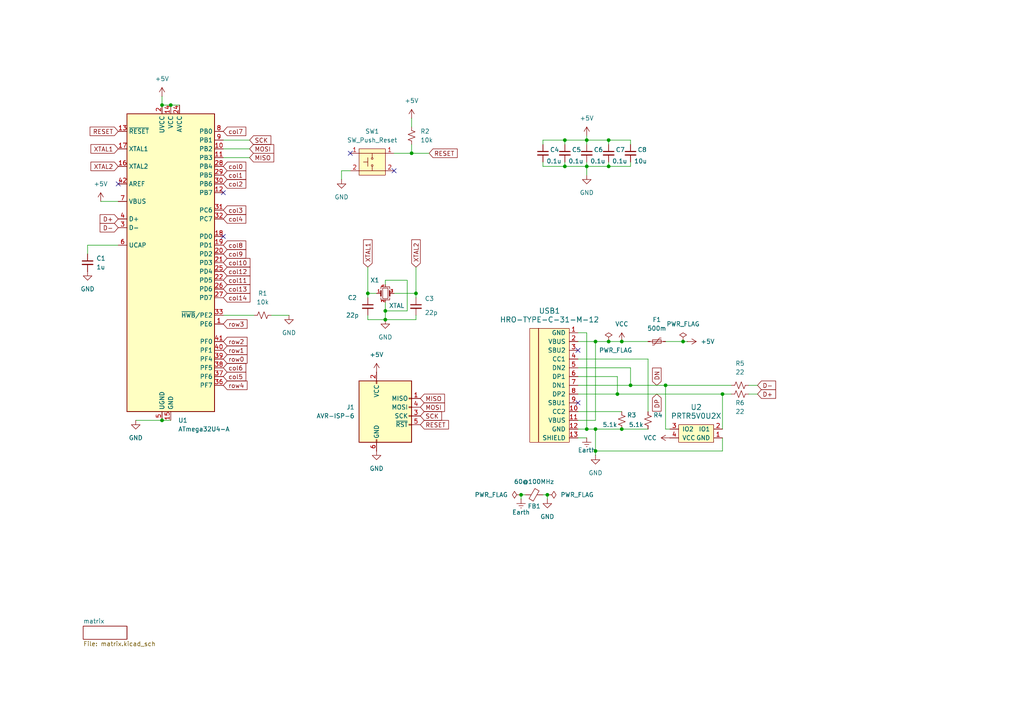
<source format=kicad_sch>
(kicad_sch (version 20250114) (generator "eeschema") (generator_version "9.0")
  (paper "A4")
  (lib_symbols
    (symbol "Connector:AVR-ISP-6" (pin_names (offset 1.016))
      (property "Reference" "J" (at -6.35 11.43 0))
      (property "Value" "AVR-ISP-6" (at 0 11.43 0))
      (symbol "AVR-ISP-6_0_1"
        (rectangle (start -2.667 10.16) (end -2.413 9.398))
        (rectangle (start -2.667 -6.858) (end -2.413 -7.62))
        (rectangle (start 7.62 10.16) (end -7.62 -7.62) (stroke (width 0.254)) (fill (type background)))
        (rectangle (start 7.62 5.207) (end 6.858 4.953))
        (rectangle (start 7.62 2.667) (end 6.858 2.413))
        (rectangle (start 7.62 0.127) (end 6.858 -0.127))
        (rectangle (start 7.62 -2.413) (end 6.858 -2.667))
      )
      (symbol "AVR-ISP-6_1_1"
        (pin passive line (at -2.54 12.7 270) (length 2.54) (name "VCC") (number "2"))
        (pin passive line (at -2.54 -10.16 90) (length 2.54) (name "GND") (number "6"))
        (pin passive line (at 10.16 5.08 180) (length 2.54) (name "MISO") (number "1"))
        (pin passive line (at 10.16 2.54 180) (length 2.54) (name "MOSI") (number "4"))
        (pin passive line (at 10.16 0 180) (length 2.54) (name "SCK") (number "3"))
        (pin passive line (at 10.16 -2.54 180) (length 2.54) (name "~{RST}") (number "5"))
      )
    )
    (symbol "Device:C_Small" (pin_numbers (hide yes)) (pin_names (offset 0.254) (hide yes))
      (property "Reference" "C" (at 0.254 1.778 0))
      (property "Value" "C_Small" (at 0.254 -2.032 0))
      (symbol "C_Small_0_1"
        (polyline (pts (xy -1.524 0.508) (xy 1.524 0.508)) (stroke (width 0.3048)))
        (polyline (pts (xy -1.524 -0.508) (xy 1.524 -0.508)) (stroke (width 0.3302)))
      )
      (symbol "C_Small_1_1"
        (pin passive line (at 0 2.54 270) (length 2.032) (name "~") (number "1"))
        (pin passive line (at 0 -2.54 90) (length 2.032) (name "~") (number "2"))
      )
    )
    (symbol "Device:Crystal_GND24_Small" (pin_names (offset 1.016) (hide yes))
      (property "Reference" "Y" (at 1.27 4.445 0))
      (property "Value" "Crystal_GND24_Small" (at 1.27 2.54 0))
      (symbol "Crystal_GND24_Small_0_1"
        (polyline (pts (xy -1.27 1.27) (xy -1.27 1.905) (xy 1.27 1.905) (xy 1.27 1.27)))
        (polyline (pts (xy -1.27 -0.762) (xy -1.27 0.762)) (stroke (width 0.381)))
        (polyline (pts (xy -1.27 -1.27) (xy -1.27 -1.905) (xy 1.27 -1.905) (xy 1.27 -1.27)))
        (rectangle (start -0.762 -1.524) (end 0.762 1.524))
        (polyline (pts (xy 1.27 -0.762) (xy 1.27 0.762)) (stroke (width 0.381)))
      )
      (symbol "Crystal_GND24_Small_1_1"
        (pin passive line (at -2.54 0 0) (length 1.27) (name "1") (number "1"))
        (pin passive line (at 0 2.54 270) (length 0.635) (name "4") (number "4"))
        (pin passive line (at 0 -2.54 90) (length 0.635) (name "2") (number "2"))
        (pin passive line (at 2.54 0 180) (length 1.27) (name "3") (number "3"))
      )
    )
    (symbol "Device:FerriteBead_Small" (pin_numbers (hide yes)) (pin_names (offset 0))
      (property "Reference" "FB" (at 1.905 1.27 0))
      (property "Value" "FerriteBead_Small" (at 1.905 -1.27 0))
      (symbol "FerriteBead_Small_0_1"
        (polyline (pts (xy -1.8288 0.2794) (xy -1.1176 1.4986) (xy 1.8288 -0.2032) (xy 1.1176 -1.4224) (xy -1.8288 0.2794)))
        (polyline (pts (xy 0 0.889) (xy 0 1.2954)))
        (polyline (pts (xy 0 -1.27) (xy 0 -0.7874)))
      )
      (symbol "FerriteBead_Small_1_1"
        (pin passive line (at 0 2.54 270) (length 1.27) (name "~") (number "1"))
        (pin passive line (at 0 -2.54 90) (length 1.27) (name "~") (number "2"))
      )
    )
    (symbol "Device:Polyfuse_Small" (pin_numbers (hide yes)) (pin_names (offset 0))
      (property "Reference" "F" (at -1.905 0 90))
      (property "Value" "Polyfuse_Small" (at 1.905 0 90))
      (symbol "Polyfuse_Small_0_1"
        (polyline (pts (xy -1.016 1.27) (xy -1.016 0.762) (xy 1.016 -0.762) (xy 1.016 -1.27)))
        (rectangle (start -0.508 1.27) (end 0.508 -1.27))
        (polyline (pts (xy 0 2.54) (xy 0 -2.54)))
      )
      (symbol "Polyfuse_Small_1_1"
        (pin passive line (at 0 2.54 270) (length 0.635) (name "~") (number "1"))
        (pin passive line (at 0 -2.54 90) (length 0.635) (name "~") (number "2"))
      )
    )
    (symbol "Device:R_Small_US" (pin_numbers (hide yes)) (pin_names (offset 0.254) (hide yes))
      (property "Reference" "R" (at 0.762 0.508 0))
      (property "Value" "R_Small_US" (at 0.762 -1.016 0))
      (symbol "R_Small_US_1_1"
        (polyline (pts (xy 0 1.524) (xy 1.016 1.143) (xy 0 0.762) (xy -1.016 0.381) (xy 0 0)))
        (polyline (pts (xy 0 0) (xy 1.016 -0.381) (xy 0 -0.762) (xy -1.016 -1.143) (xy 0 -1.524)))
        (pin passive line (at 0 2.54 270) (length 1.016) (name "~") (number "1"))
        (pin passive line (at 0 -2.54 90) (length 1.016) (name "~") (number "2"))
      )
    )
    (symbol "MCU_Microchip_ATmega:ATmega32U4-A"
      (property "Reference" "U" (at -12.7 44.45 0))
      (property "Value" "ATmega32U4-A" (at 2.54 -44.45 0))
      (symbol "ATmega32U4-A_0_1"
        (rectangle (start -12.7 -43.18) (end 12.7 43.18) (stroke (width 0.254)) (fill (type background)))
      )
      (symbol "ATmega32U4-A_1_1"
        (pin input line (at -15.24 38.1 0) (length 2.54) (name "~{RESET}") (number "13"))
        (pin input line (at -15.24 33.02 0) (length 2.54) (name "XTAL1") (number "17"))
        (pin output line (at -15.24 27.94 0) (length 2.54) (name "XTAL2") (number "16"))
        (pin passive line (at -15.24 22.86 0) (length 2.54) (name "AREF") (number "42"))
        (pin input line (at -15.24 17.78 0) (length 2.54) (name "VBUS") (number "7"))
        (pin bidirectional line (at -15.24 12.7 0) (length 2.54) (name "D+") (number "4"))
        (pin bidirectional line (at -15.24 10.16 0) (length 2.54) (name "D-") (number "3"))
        (pin passive line (at -15.24 5.08 0) (length 2.54) (name "UCAP") (number "6"))
        (pin power_in line (at -2.54 45.72 270) (length 2.54) (name "UVCC") (number "2"))
        (pin passive line (at -2.54 -45.72 90) (length 2.54) (name "UGND") (number "5"))
        (pin power_in line (at 0 45.72 270) (length 2.54) (name "VCC") (number "14"))
        (pin passive line (at 0 45.72 270) (length 2.54) (hide yes) (name "VCC") (number "34"))
        (pin power_in line (at 0 -45.72 90) (length 2.54) (name "GND") (number "15"))
        (pin passive line (at 0 -45.72 90) (length 2.54) (hide yes) (name "GND") (number "23"))
        (pin passive line (at 0 -45.72 90) (length 2.54) (hide yes) (name "GND") (number "35"))
        (pin passive line (at 0 -45.72 90) (length 2.54) (hide yes) (name "GND") (number "43"))
        (pin power_in line (at 2.54 45.72 270) (length 2.54) (name "AVCC") (number "24"))
        (pin passive line (at 2.54 45.72 270) (length 2.54) (hide yes) (name "AVCC") (number "44"))
        (pin bidirectional line (at 15.24 38.1 180) (length 2.54) (name "PB0") (number "8"))
        (pin bidirectional line (at 15.24 35.56 180) (length 2.54) (name "PB1") (number "9"))
        (pin bidirectional line (at 15.24 33.02 180) (length 2.54) (name "PB2") (number "10"))
        (pin bidirectional line (at 15.24 30.48 180) (length 2.54) (name "PB3") (number "11"))
        (pin bidirectional line (at 15.24 27.94 180) (length 2.54) (name "PB4") (number "28"))
        (pin bidirectional line (at 15.24 25.4 180) (length 2.54) (name "PB5") (number "29"))
        (pin bidirectional line (at 15.24 22.86 180) (length 2.54) (name "PB6") (number "30"))
        (pin bidirectional line (at 15.24 20.32 180) (length 2.54) (name "PB7") (number "12"))
        (pin bidirectional line (at 15.24 15.24 180) (length 2.54) (name "PC6") (number "31"))
        (pin bidirectional line (at 15.24 12.7 180) (length 2.54) (name "PC7") (number "32"))
        (pin bidirectional line (at 15.24 7.62 180) (length 2.54) (name "PD0") (number "18"))
        (pin bidirectional line (at 15.24 5.08 180) (length 2.54) (name "PD1") (number "19"))
        (pin bidirectional line (at 15.24 2.54 180) (length 2.54) (name "PD2") (number "20"))
        (pin bidirectional line (at 15.24 0 180) (length 2.54) (name "PD3") (number "21"))
        (pin bidirectional line (at 15.24 -2.54 180) (length 2.54) (name "PD4") (number "25"))
        (pin bidirectional line (at 15.24 -5.08 180) (length 2.54) (name "PD5") (number "22"))
        (pin bidirectional line (at 15.24 -7.62 180) (length 2.54) (name "PD6") (number "26"))
        (pin bidirectional line (at 15.24 -10.16 180) (length 2.54) (name "PD7") (number "27"))
        (pin bidirectional line (at 15.24 -15.24 180) (length 2.54) (name "~{HWB}/PE2") (number "33"))
        (pin bidirectional line (at 15.24 -17.78 180) (length 2.54) (name "PE6") (number "1"))
        (pin bidirectional line (at 15.24 -22.86 180) (length 2.54) (name "PF0") (number "41"))
        (pin bidirectional line (at 15.24 -25.4 180) (length 2.54) (name "PF1") (number "40"))
        (pin bidirectional line (at 15.24 -27.94 180) (length 2.54) (name "PF4") (number "39"))
        (pin bidirectional line (at 15.24 -30.48 180) (length 2.54) (name "PF5") (number "38"))
        (pin bidirectional line (at 15.24 -33.02 180) (length 2.54) (name "PF6") (number "37"))
        (pin bidirectional line (at 15.24 -35.56 180) (length 2.54) (name "PF7") (number "36"))
      )
    )
    (symbol "New_Library:SW_SKQG"
      (property "Reference" "SW" (at 0 0 0))
      (symbol "SW_SKQG_0_1"
        (polyline (pts (xy -3.81 -3.81) (xy 3.81 -3.81)))
        (polyline (pts (xy -3.81 -8.89) (xy 3.81 -8.89)))
        (polyline (pts (xy 0 -3.81) (xy 0 -5.08)))
        (circle (center 0 -5.334) (radius 0.254))
        (circle (center 0 -7.366) (radius 0.254))
        (polyline (pts (xy 0 -8.89) (xy 0 -7.62)))
      )
      (symbol "SW_SKQG_1_1"
        (rectangle (start -3.81 -2.54) (end 3.81 -10.16) (fill (type background)))
        (polyline (pts (xy -1.27 -5.08) (xy -1.27 -7.62)))
        (polyline (pts (xy -1.27 -6.35) (xy -2.54 -6.35)))
        (pin passive line (at -6.35 -3.81 0) (length 2.54) (name "") (number "1"))
        (pin passive line (at -6.35 -8.89 0) (length 2.54) (name "") (number "2"))
        (pin passive line (at 6.35 -3.81 180) (length 2.54) (name "") (number "1"))
        (pin passive line (at 6.35 -8.89 180) (length 2.54) (name "") (number "2"))
      )
    )
    (symbol "Type-C:HRO-TYPE-C-31-M-12" (pin_names (offset 1.016))
      (property "Reference" "USB" (at -5.08 16.51 0))
      (property "Value" "HRO-TYPE-C-31-M-12" (at -10.16 -1.27 90))
      (symbol "HRO-TYPE-C-31-M-12_0_1"
        (rectangle (start -11.43 15.24) (end -8.89 -17.78) (fill (type background)))
        (rectangle (start 0 -17.78) (end -8.89 15.24) (fill (type background)))
      )
      (symbol "HRO-TYPE-C-31-M-12_1_1"
        (pin input line (at 2.54 13.97 180) (length 2.54) (name "GND") (number "1"))
        (pin input line (at 2.54 11.43 180) (length 2.54) (name "VBUS") (number "2"))
        (pin input line (at 2.54 8.89 180) (length 2.54) (name "SBU2") (number "3"))
        (pin input line (at 2.54 6.35 180) (length 2.54) (name "CC1") (number "4"))
        (pin input line (at 2.54 3.81 180) (length 2.54) (name "DN2") (number "5"))
        (pin input line (at 2.54 1.27 180) (length 2.54) (name "DP1") (number "6"))
        (pin input line (at 2.54 -1.27 180) (length 2.54) (name "DN1") (number "7"))
        (pin input line (at 2.54 -3.81 180) (length 2.54) (name "DP2") (number "8"))
        (pin input line (at 2.54 -6.35 180) (length 2.54) (name "SBU1") (number "9"))
        (pin input line (at 2.54 -8.89 180) (length 2.54) (name "CC2") (number "10"))
        (pin input line (at 2.54 -11.43 180) (length 2.54) (name "VBUS") (number "11"))
        (pin input line (at 2.54 -13.97 180) (length 2.54) (name "GND") (number "12"))
        (pin input line (at 2.54 -16.51 180) (length 2.54) (name "SHIELD") (number "13"))
      )
    )
    (symbol "power:+5V" (power) (pin_numbers (hide yes)) (pin_names (offset 0) (hide yes))
      (property "Value" "+5V" (at 0 3.556 0))
      (symbol "+5V_0_1"
        (polyline (pts (xy -0.762 1.27) (xy 0 2.54)))
        (polyline (pts (xy 0 2.54) (xy 0.762 1.27)))
        (polyline (pts (xy 0 0) (xy 0 2.54)))
      )
      (symbol "+5V_1_1"
        (pin power_in line (at 0 0 90) (length 0) (name "~") (number "1"))
      )
    )
    (symbol "power:Earth" (power) (pin_numbers (hide yes)) (pin_names (offset 0) (hide yes))
      (property "Value" "Earth" (at 0 -3.81 0))
      (symbol "Earth_0_1"
        (polyline (pts (xy -0.635 -1.905) (xy 0.635 -1.905)))
        (polyline (pts (xy -0.127 -2.54) (xy 0.127 -2.54)))
        (polyline (pts (xy 0 -1.27) (xy 0 0)))
        (polyline (pts (xy 1.27 -1.27) (xy -1.27 -1.27)))
      )
      (symbol "Earth_1_1"
        (pin power_in line (at 0 0 270) (length 0) (name "~") (number "1"))
      )
    )
    (symbol "power:GND" (power) (pin_numbers (hide yes)) (pin_names (offset 0) (hide yes))
      (property "Value" "GND" (at 0 -3.81 0))
      (symbol "GND_0_1"
        (polyline (pts (xy 0 0) (xy 0 -1.27) (xy 1.27 -1.27) (xy 0 -2.54) (xy -1.27 -1.27) (xy 0 -1.27)))
      )
      (symbol "GND_1_1"
        (pin power_in line (at 0 0 270) (length 0) (name "~") (number "1"))
      )
    )
    (symbol "power:PWR_FLAG" (power) (pin_numbers (hide yes)) (pin_names (offset 0) (hide yes))
      (property "Value" "PWR_FLAG" (at 0 3.81 0))
      (symbol "PWR_FLAG_0_0"
        (pin power_out line (at 0 0 90) (length 0) (name "~") (number "1"))
      )
      (symbol "PWR_FLAG_0_1"
        (polyline (pts (xy 0 0) (xy 0 1.27) (xy -1.016 1.905) (xy 0 2.54) (xy 1.016 1.905) (xy 0 1.27)))
      )
    )
    (symbol "power:VCC" (power) (pin_numbers (hide yes)) (pin_names (offset 0) (hide yes))
      (property "Value" "VCC" (at 0 3.556 0))
      (symbol "VCC_0_1"
        (polyline (pts (xy -0.762 1.27) (xy 0 2.54)))
        (polyline (pts (xy 0 2.54) (xy 0.762 1.27)))
        (polyline (pts (xy 0 0) (xy 0 2.54)))
      )
      (symbol "VCC_1_1"
        (pin power_in line (at 0 0 90) (length 0) (name "~") (number "1"))
      )
    )
    (symbol "random-keyboard-parts:PRTR5V0U2X" (pin_names (offset 1.016))
      (property "Reference" "U" (at 0 3.81 0))
      (property "Value" "PRTR5V0U2X" (at 0 -3.81 0))
      (symbol "PRTR5V0U2X_0_1"
        (rectangle (start -5.08 2.54) (end 5.08 -2.54) (fill (type background)))
      )
      (symbol "PRTR5V0U2X_1_1"
        (pin input line (at -7.62 1.27 0) (length 2.54) (name "GND") (number "1"))
        (pin input line (at -7.62 -1.27 0) (length 2.54) (name "IO1") (number "2"))
        (pin input line (at 7.62 1.27 180) (length 2.54) (name "VCC") (number "4"))
        (pin input line (at 7.62 -1.27 180) (length 2.54) (name "IO2") (number "3"))
      )
    )
  )
  (junction (at 170.18 40.64))
  (junction (at 158.75 143.51))
  (junction (at 209.55 114.3))
  (junction (at 180.34 124.46))
  (junction (at 170.18 124.46))
  (junction (at 172.72 124.46))
  (junction (at 111.76 92.71))
  (junction (at 172.72 130.81))
  (junction (at 180.34 99.06))
  (junction (at 46.99 30.48))
  (junction (at 106.68 85.09))
  (junction (at 176.53 99.06))
  (junction (at 119.38 44.45))
  (junction (at 46.99 121.92))
  (junction (at 163.83 40.64))
  (junction (at 151.13 143.51))
  (junction (at 170.18 48.26))
  (junction (at 198.12 99.06))
  (junction (at 163.83 48.26))
  (junction (at 176.53 40.64))
  (junction (at 179.07 114.3))
  (junction (at 172.72 99.06))
  (junction (at 120.65 85.09))
  (junction (at 182.88 111.76))
  (junction (at 176.53 48.26))
  (junction (at 111.76 90.17))
  (junction (at 193.04 111.76))
  (junction (at 49.53 30.48))
  (no_connect (at 167.64 101.6))
  (no_connect (at 34.29 53.34))
  (no_connect (at 114.3 49.53))
  (no_connect (at 101.6 44.45))
  (no_connect (at 167.64 116.84))
  (no_connect (at 64.77 55.88))
  (no_connect (at 64.77 68.58))
  (wire (pts (xy 163.83 48.26) (xy 170.18 48.26)))
  (wire (pts (xy 182.88 106.68) (xy 182.88 111.76)))
  (wire (pts (xy 194.31 124.46) (xy 193.04 124.46)))
  (wire (pts (xy 101.6 49.53) (xy 99.06 49.53)))
  (wire (pts (xy 118.11 81.28) (xy 118.11 90.17)))
  (wire (pts (xy 172.72 130.81) (xy 209.55 130.81)))
  (wire (pts (xy 176.53 46.99) (xy 176.53 48.26)))
  (wire (pts (xy 193.04 111.76) (xy 212.09 111.76)))
  (wire (pts (xy 167.64 106.68) (xy 182.88 106.68)))
  (wire (pts (xy 114.3 44.45) (xy 119.38 44.45)))
  (wire (pts (xy 172.72 99.06) (xy 167.64 99.06)))
  (wire (pts (xy 157.48 46.99) (xy 157.48 48.26)))
  (wire (pts (xy 119.38 44.45) (xy 124.46 44.45)))
  (wire (pts (xy 182.88 40.64) (xy 182.88 41.91)))
  (wire (pts (xy 39.37 121.92) (xy 46.99 121.92)))
  (wire (pts (xy 180.34 99.06) (xy 187.96 99.06)))
  (wire (pts (xy 209.55 114.3) (xy 212.09 114.3)))
  (wire (pts (xy 25.4 71.12) (xy 25.4 73.66)))
  (wire (pts (xy 157.48 40.64) (xy 157.48 41.91)))
  (wire (pts (xy 167.64 109.22) (xy 179.07 109.22)))
  (wire (pts (xy 170.18 124.46) (xy 172.72 124.46)))
  (wire (pts (xy 182.88 46.99) (xy 182.88 48.26)))
  (wire (pts (xy 209.55 127) (xy 209.55 130.81)))
  (wire (pts (xy 46.99 27.94) (xy 46.99 30.48)))
  (wire (pts (xy 172.72 121.92) (xy 172.72 99.06)))
  (wire (pts (xy 193.04 124.46) (xy 193.04 111.76)))
  (wire (pts (xy 106.68 86.36) (xy 106.68 85.09)))
  (wire (pts (xy 209.55 124.46) (xy 209.55 114.3)))
  (wire (pts (xy 119.38 41.91) (xy 119.38 44.45)))
  (wire (pts (xy 99.06 49.53) (xy 99.06 52.07)))
  (wire (pts (xy 106.68 77.47) (xy 106.68 85.09)))
  (wire (pts (xy 163.83 40.64) (xy 163.83 41.91)))
  (wire (pts (xy 172.72 99.06) (xy 176.53 99.06)))
  (wire (pts (xy 170.18 39.37) (xy 170.18 40.64)))
  (wire (pts (xy 217.17 114.3) (xy 219.71 114.3)))
  (wire (pts (xy 182.88 111.76) (xy 193.04 111.76)))
  (wire (pts (xy 111.76 90.17) (xy 111.76 92.71)))
  (wire (pts (xy 111.76 82.55) (xy 111.76 81.28)))
  (wire (pts (xy 170.18 40.64) (xy 170.18 41.91)))
  (wire (pts (xy 46.99 30.48) (xy 49.53 30.48)))
  (wire (pts (xy 120.65 92.71) (xy 111.76 92.71)))
  (wire (pts (xy 167.64 111.76) (xy 182.88 111.76)))
  (wire (pts (xy 49.53 30.48) (xy 52.07 30.48)))
  (wire (pts (xy 72.39 43.18) (xy 64.77 43.18)))
  (wire (pts (xy 176.53 48.26) (xy 182.88 48.26)))
  (wire (pts (xy 176.53 99.06) (xy 180.34 99.06)))
  (wire (pts (xy 157.48 48.26) (xy 163.83 48.26)))
  (wire (pts (xy 180.34 124.46) (xy 187.96 124.46)))
  (wire (pts (xy 119.38 34.29) (xy 119.38 36.83)))
  (wire (pts (xy 163.83 40.64) (xy 170.18 40.64)))
  (wire (pts (xy 170.18 46.99) (xy 170.18 48.26)))
  (wire (pts (xy 167.64 127) (xy 170.18 127)))
  (wire (pts (xy 114.3 85.09) (xy 120.65 85.09)))
  (wire (pts (xy 179.07 114.3) (xy 167.64 114.3)))
  (wire (pts (xy 170.18 48.26) (xy 176.53 48.26)))
  (wire (pts (xy 46.99 121.92) (xy 49.53 121.92)))
  (wire (pts (xy 152.4 143.51) (xy 151.13 143.51)))
  (wire (pts (xy 167.64 124.46) (xy 170.18 124.46)))
  (wire (pts (xy 72.39 40.64) (xy 64.77 40.64)))
  (wire (pts (xy 118.11 90.17) (xy 111.76 90.17)))
  (wire (pts (xy 25.4 71.12) (xy 34.29 71.12)))
  (wire (pts (xy 120.65 91.44) (xy 120.65 92.71)))
  (wire (pts (xy 187.96 104.14) (xy 187.96 119.38)))
  (wire (pts (xy 193.04 99.06) (xy 198.12 99.06)))
  (wire (pts (xy 170.18 40.64) (xy 176.53 40.64)))
  (wire (pts (xy 111.76 81.28) (xy 118.11 81.28)))
  (wire (pts (xy 198.12 99.06) (xy 199.39 99.06)))
  (wire (pts (xy 158.75 143.51) (xy 158.75 144.78)))
  (wire (pts (xy 179.07 109.22) (xy 179.07 114.3)))
  (wire (pts (xy 64.77 91.44) (xy 73.66 91.44)))
  (wire (pts (xy 120.65 85.09) (xy 120.65 86.36)))
  (wire (pts (xy 167.64 96.52) (xy 170.18 96.52)))
  (wire (pts (xy 167.64 119.38) (xy 180.34 119.38)))
  (wire (pts (xy 78.74 91.44) (xy 83.82 91.44)))
  (wire (pts (xy 163.83 46.99) (xy 163.83 48.26)))
  (wire (pts (xy 167.64 104.14) (xy 187.96 104.14)))
  (wire (pts (xy 72.39 45.72) (xy 64.77 45.72)))
  (wire (pts (xy 172.72 124.46) (xy 180.34 124.46)))
  (wire (pts (xy 172.72 130.81) (xy 172.72 132.08)))
  (wire (pts (xy 176.53 40.64) (xy 182.88 40.64)))
  (wire (pts (xy 157.48 40.64) (xy 163.83 40.64)))
  (wire (pts (xy 151.13 143.51) (xy 151.13 144.78)))
  (wire (pts (xy 109.22 85.09) (xy 106.68 85.09)))
  (wire (pts (xy 170.18 96.52) (xy 170.18 124.46)))
  (wire (pts (xy 217.17 111.76) (xy 219.71 111.76)))
  (wire (pts (xy 179.07 114.3) (xy 209.55 114.3)))
  (wire (pts (xy 106.68 91.44) (xy 106.68 92.71)))
  (wire (pts (xy 167.64 121.92) (xy 172.72 121.92)))
  (wire (pts (xy 34.29 58.42) (xy 29.21 58.42)))
  (wire (pts (xy 172.72 124.46) (xy 172.72 130.81)))
  (wire (pts (xy 111.76 90.17) (xy 111.76 87.63)))
  (wire (pts (xy 120.65 77.47) (xy 120.65 85.09)))
  (wire (pts (xy 157.48 143.51) (xy 158.75 143.51)))
  (wire (pts (xy 106.68 92.71) (xy 111.76 92.71)))
  (wire (pts (xy 170.18 48.26) (xy 170.18 50.8)))
  (wire (pts (xy 176.53 40.64) (xy 176.53 41.91)))
  (global_label "col10" (shape input) (at 64.77 76.2 0) (property "Intersheetrefs" "${INTERSHEET_REFS}" (effects (hide yes))))
  (global_label "row2" (shape input) (at 64.77 99.06 0) (property "Intersheetrefs" "${INTERSHEET_REFS}" (effects (hide yes))))
  (global_label "SCK" (shape input) (at 121.92 120.65 0) (property "Intersheetrefs" "${INTERSHEET_REFS}" (effects (hide yes))))
  (global_label "RESET" (shape input) (at 124.46 44.45 0) (property "Intersheetrefs" "${INTERSHEET_REFS}" (effects (hide yes))))
  (global_label "col3" (shape input) (at 64.77 60.96 0) (property "Intersheetrefs" "${INTERSHEET_REFS}" (effects (hide yes))))
  (global_label "col5" (shape input) (at 64.77 109.22 0) (property "Intersheetrefs" "${INTERSHEET_REFS}" (effects (hide yes))))
  (global_label "col0" (shape input) (at 64.77 48.26 0) (property "Intersheetrefs" "${INTERSHEET_REFS}" (effects (hide yes))))
  (global_label "col6" (shape input) (at 64.77 106.68 0) (property "Intersheetrefs" "${INTERSHEET_REFS}" (effects (hide yes))))
  (global_label "col13" (shape input) (at 64.77 83.82 0) (property "Intersheetrefs" "${INTERSHEET_REFS}" (effects (hide yes))))
  (global_label "DN" (shape input) (at 190.5 111.76 90) (property "Intersheetrefs" "${INTERSHEET_REFS}" (effects (hide yes))))
  (global_label "row1" (shape input) (at 64.77 101.6 0) (property "Intersheetrefs" "${INTERSHEET_REFS}" (effects (hide yes))))
  (global_label "col4" (shape input) (at 64.77 63.5 0) (property "Intersheetrefs" "${INTERSHEET_REFS}" (effects (hide yes))))
  (global_label "col9" (shape input) (at 64.77 73.66 0) (property "Intersheetrefs" "${INTERSHEET_REFS}" (effects (hide yes))))
  (global_label "MOSI" (shape input) (at 121.92 118.11 0) (property "Intersheetrefs" "${INTERSHEET_REFS}" (effects (hide yes))))
  (global_label "D-" (shape input) (at 34.29 66.04 180) (property "Intersheetrefs" "${INTERSHEET_REFS}" (effects (hide yes))))
  (global_label "SCK" (shape input) (at 72.39 40.64 0) (property "Intersheetrefs" "${INTERSHEET_REFS}" (effects (hide yes))))
  (global_label "col1" (shape input) (at 64.77 50.8 0) (property "Intersheetrefs" "${INTERSHEET_REFS}" (effects (hide yes))))
  (global_label "D+" (shape input) (at 219.71 114.3 0) (property "Intersheetrefs" "${INTERSHEET_REFS}" (effects (hide yes))))
  (global_label "col7" (shape input) (at 64.77 38.1 0) (property "Intersheetrefs" "${INTERSHEET_REFS}" (effects (hide yes))))
  (global_label "XTAL2" (shape input) (at 34.29 48.26 180) (property "Intersheetrefs" "${INTERSHEET_REFS}" (effects (hide yes))))
  (global_label "XTAL1" (shape input) (at 34.29 43.18 180) (property "Intersheetrefs" "${INTERSHEET_REFS}" (effects (hide yes))))
  (global_label "col14" (shape input) (at 64.77 86.36 0) (property "Intersheetrefs" "${INTERSHEET_REFS}" (effects (hide yes))))
  (global_label "col11" (shape input) (at 64.77 81.28 0) (property "Intersheetrefs" "${INTERSHEET_REFS}" (effects (hide yes))))
  (global_label "MOSI" (shape input) (at 72.39 43.18 0) (property "Intersheetrefs" "${INTERSHEET_REFS}" (effects (hide yes))))
  (global_label "MISO" (shape input) (at 72.39 45.72 0) (property "Intersheetrefs" "${INTERSHEET_REFS}" (effects (hide yes))))
  (global_label "row3" (shape input) (at 64.77 93.98 0) (property "Intersheetrefs" "${INTERSHEET_REFS}" (effects (hide yes))))
  (global_label "RESET" (shape input) (at 121.92 123.19 0) (property "Intersheetrefs" "${INTERSHEET_REFS}" (effects (hide yes))))
  (global_label "XTAL2" (shape input) (at 120.65 77.47 90) (property "Intersheetrefs" "${INTERSHEET_REFS}" (effects (hide yes))))
  (global_label "col2" (shape input) (at 64.77 53.34 0) (property "Intersheetrefs" "${INTERSHEET_REFS}" (effects (hide yes))))
  (global_label "col12" (shape input) (at 64.77 78.74 0) (property "Intersheetrefs" "${INTERSHEET_REFS}" (effects (hide yes))))
  (global_label "col8" (shape input) (at 64.77 71.12 0) (property "Intersheetrefs" "${INTERSHEET_REFS}" (effects (hide yes))))
  (global_label "RESET" (shape input) (at 34.29 38.1 180) (property "Intersheetrefs" "${INTERSHEET_REFS}" (effects (hide yes))))
  (global_label "D-" (shape input) (at 219.71 111.76 0) (property "Intersheetrefs" "${INTERSHEET_REFS}" (effects (hide yes))))
  (global_label "row0" (shape input) (at 64.77 104.14 0) (property "Intersheetrefs" "${INTERSHEET_REFS}" (effects (hide yes))))
  (global_label "DP" (shape input) (at 190.5 114.3 270) (property "Intersheetrefs" "${INTERSHEET_REFS}" (effects (hide yes))))
  (global_label "D+" (shape input) (at 34.29 63.5 180) (property "Intersheetrefs" "${INTERSHEET_REFS}" (effects (hide yes))))
  (global_label "MISO" (shape input) (at 121.92 115.57 0) (property "Intersheetrefs" "${INTERSHEET_REFS}" (effects (hide yes))))
  (global_label "XTAL1" (shape input) (at 106.68 77.47 90) (property "Intersheetrefs" "${INTERSHEET_REFS}" (effects (hide yes))))
  (global_label "row4" (shape input) (at 64.77 111.76 0) (property "Intersheetrefs" "${INTERSHEET_REFS}" (effects (hide yes))))
  (symbol (lib_id "power:GND") (at 109.22 130.81 0) (unit 1)
    (property "Reference" "#PWR08" (effects (hide yes)))
    (property "Value" "GND" (at 109.22 135.89 0))
    (property "Description" "Power symbol creates a global label with name \"GND\" , ground" (effects (hide yes)))
  )
  (symbol (lib_id "power:Earth") (at 170.18 127 0) (unit 1)
    (property "Reference" "#PWR020" (effects (hide yes)))
    (property "Value" "Earth" (at 170.18 130.556 0))
    (property "Description" "Power symbol creates a global label with name \"Earth\"" (effects (hide yes)))
  )
  (symbol (lib_id "power:+5V") (at 109.22 107.95 0) (unit 1)
    (property "Reference" "#PWR07" (effects (hide yes)))
    (property "Value" "+5V" (at 109.22 102.87 0))
    (property "Description" "Power symbol creates a global label with name \"+5V\"" (effects (hide yes)))
  )
  (symbol (lib_id "Device:C_Small") (at 120.65 88.9 0) (unit 1)
    (property "Reference" "C3" (at 123.19 86.614 0) (effects (justify left)))
    (property "Value" "22p" (at 123.19 90.678 0) (effects (justify left)))
    (property "Footprint" "Capacitor_SMD:C_0805_2012Metric_Pad1.18x1.45mm_HandSolder" (effects (hide yes)))
    (property "Description" "Unpolarized capacitor, small symbol" (effects (hide yes)))
  )
  (symbol (lib_id "power:PWR_FLAG") (at 151.13 143.51 90) (unit 1)
    (property "Reference" "#FLG05" (effects (hide yes)))
    (property "Value" "PWR_FLAG" (at 147.32 143.5099 90) (effects (justify left)))
    (property "Description" "Special symbol for telling ERC where power comes from" (effects (hide yes)))
  )
  (symbol (lib_id "Device:R_Small_US") (at 119.38 39.37 0) (unit 1)
    (property "Reference" "R2" (at 121.92 38.0999 0) (effects (justify left)))
    (property "Value" "10k" (at 121.92 40.6399 0) (effects (justify left)))
    (property "Footprint" "Resistor_SMD:R_0805_2012Metric_Pad1.20x1.40mm_HandSolder" (effects (hide yes)))
    (property "Description" "Resistor, small US symbol" (effects (hide yes)))
  )
  (symbol (lib_id "Device:C_Small") (at 25.4 76.2 0) (unit 1)
    (property "Reference" "C1" (at 27.94 74.9362 0) (effects (justify left)))
    (property "Value" "1u" (at 27.94 77.4762 0) (effects (justify left)))
    (property "Footprint" "Capacitor_SMD:C_0805_2012Metric_Pad1.18x1.45mm_HandSolder" (effects (hide yes)))
    (property "Description" "Unpolarized capacitor, small symbol" (effects (hide yes)))
  )
  (symbol (lib_id "power:GND") (at 25.4 78.74 0) (unit 1)
    (property "Reference" "#PWR01" (effects (hide yes)))
    (property "Value" "GND" (at 25.4 83.82 0))
    (property "Description" "Power symbol creates a global label with name \"GND\" , ground" (effects (hide yes)))
  )
  (symbol (lib_id "power:GND") (at 111.76 92.71 0) (unit 1)
    (property "Reference" "#PWR016" (effects (hide yes)))
    (property "Value" "GND" (at 111.76 97.79 0))
    (property "Description" "Power symbol creates a global label with name \"GND\" , ground" (effects (hide yes)))
  )
  (symbol (lib_id "power:PWR_FLAG") (at 158.75 143.51 270) (unit 1)
    (property "Reference" "#FLG04" (effects (hide yes)))
    (property "Value" "PWR_FLAG" (at 162.56 143.5099 90) (effects (justify left)))
    (property "Description" "Special symbol for telling ERC where power comes from" (effects (hide yes)))
  )
  (symbol (lib_id "Device:C_Small") (at 182.88 44.45 0) (unit 1)
    (property "Reference" "C8" (at 184.912 43.434 0) (effects (justify left)))
    (property "Value" "10u" (at 183.896 46.736 0) (effects (justify left)))
    (property "Footprint" "Capacitor_SMD:C_0805_2012Metric_Pad1.18x1.45mm_HandSolder" (effects (hide yes)))
    (property "Description" "Unpolarized capacitor, small symbol" (effects (hide yes)))
  )
  (symbol (lib_id "Device:R_Small_US") (at 180.34 121.92 0) (unit 1)
    (property "Reference" "R3" (at 181.864 120.396 0) (effects (justify left)))
    (property "Value" "5.1k" (at 174.752 123.19 0) (effects (justify left)))
    (property "Footprint" "Resistor_SMD:R_0805_2012Metric_Pad1.20x1.40mm_HandSolder" (effects (hide yes)))
    (property "Description" "Resistor, small US symbol" (effects (hide yes)))
  )
  (symbol (lib_id "MCU_Microchip_ATmega:ATmega32U4-A") (at 49.53 76.2 0) (unit 1)
    (property "Reference" "U1" (at 51.6733 121.92 0) (effects (justify left)))
    (property "Value" "ATmega32U4-A" (at 51.6733 124.46 0) (effects (justify left)))
    (property "Footprint" "Package_QFP:TQFP-44_10x10mm_P0.8mm" (effects (hide yes)))
    (property "Datasheet" "http://ww1.microchip.com/downloads/en/DeviceDoc/Atmel-7766-8-bit-AVR-ATmega16U4-32U4_Datasheet.pdf" (effects (hide yes)))
    (property "Description" "16MHz, 32kB Flash, 2.5kB SRAM, 1kB EEPROM, USB 2.0, TQFP-44" (effects (hide yes)))
  )
  (symbol (lib_id "Device:FerriteBead_Small") (at 154.94 143.51 90) (unit 1)
    (property "Reference" "FB1" (at 154.94 146.812 90))
    (property "Value" "60@100MHz" (at 154.9019 139.7 90))
    (property "Footprint" "Inductor_SMD:L_0805_2012Metric_Pad1.15x1.40mm_HandSolder" (effects (hide yes)))
    (property "Description" "Ferrite bead, small symbol" (effects (hide yes)))
  )
  (symbol (lib_id "power:GND") (at 172.72 132.08 0) (unit 1)
    (property "Reference" "#PWR012" (effects (hide yes)))
    (property "Value" "GND" (at 172.72 137.16 0))
    (property "Description" "Power symbol creates a global label with name \"GND\" , ground" (effects (hide yes)))
  )
  (symbol (lib_id "power:VCC") (at 180.34 99.06 0) (unit 1)
    (property "Reference" "#PWR013" (effects (hide yes)))
    (property "Value" "VCC" (at 180.34 93.98 0))
    (property "Description" "Power symbol creates a global label with name \"VCC\"" (effects (hide yes)))
  )
  (symbol (lib_id "power:GND") (at 99.06 52.07 0) (unit 1)
    (property "Reference" "#PWR06" (effects (hide yes)))
    (property "Value" "GND" (at 99.06 57.15 0))
    (property "Description" "Power symbol creates a global label with name \"GND\" , ground" (effects (hide yes)))
  )
  (symbol (lib_id "Device:C_Small") (at 106.68 88.9 0) (unit 1)
    (property "Reference" "C2" (at 100.838 86.36 0) (effects (justify left)))
    (property "Value" "22p" (at 100.33 91.44 0) (effects (justify left)))
    (property "Footprint" "Capacitor_SMD:C_0805_2012Metric_Pad1.18x1.45mm_HandSolder" (effects (hide yes)))
    (property "Description" "Unpolarized capacitor, small symbol" (effects (hide yes)))
  )
  (symbol (lib_id "power:PWR_FLAG") (at 198.12 99.06 0) (unit 1)
    (property "Reference" "#FLG02" (effects (hide yes)))
    (property "Value" "PWR_FLAG" (at 198.12 93.98 0))
    (property "Description" "Special symbol for telling ERC where power comes from" (effects (hide yes)))
  )
  (symbol (lib_id "random-keyboard-parts:PRTR5V0U2X") (at 201.93 125.73 180) (unit 1)
    (property "Reference" "U2" (at 201.93 118.11 0) (effects (font (size 1.524 1.524))))
    (property "Value" "PRTR5V0U2X" (at 201.93 120.65 0) (effects (font (size 1.524 1.524))))
    (property "Footprint" "random-keyboard-parts:SOT143B" (effects (hide yes)))
  )
  (symbol (lib_id "power:PWR_FLAG") (at 176.53 99.06 0) (unit 1)
    (property "Reference" "#FLG03" (effects (hide yes)))
    (property "Value" "PWR_FLAG" (at 178.562 101.6 0))
    (property "Description" "Special symbol for telling ERC where power comes from" (effects (hide yes)))
  )
  (symbol (lib_id "Device:R_Small_US") (at 187.96 121.92 0) (unit 1)
    (property "Reference" "R4" (at 189.484 120.396 0) (effects (justify left)))
    (property "Value" "5.1k" (at 182.372 123.19 0) (effects (justify left)))
    (property "Footprint" "Resistor_SMD:R_0805_2012Metric_Pad1.20x1.40mm_HandSolder" (effects (hide yes)))
    (property "Description" "Resistor, small US symbol" (effects (hide yes)))
  )
  (symbol (lib_id "Device:C_Small") (at 170.18 44.45 0) (unit 1)
    (property "Reference" "C6" (at 172.212 43.434 0) (effects (justify left)))
    (property "Value" "0.1u" (at 171.196 46.736 0) (effects (justify left)))
    (property "Footprint" "Capacitor_SMD:C_0805_2012Metric_Pad1.18x1.45mm_HandSolder" (effects (hide yes)))
    (property "Description" "Unpolarized capacitor, small symbol" (effects (hide yes)))
  )
  (symbol (lib_id "power:+5V") (at 46.99 27.94 0) (unit 1)
    (property "Reference" "#PWR04" (effects (hide yes)))
    (property "Value" "+5V" (at 46.99 22.86 0))
    (property "Description" "Power symbol creates a global label with name \"+5V\"" (effects (hide yes)))
  )
  (symbol (lib_id "power:GND") (at 158.75 144.78 0) (unit 1)
    (property "Reference" "#PWR017" (effects (hide yes)))
    (property "Value" "GND" (at 158.75 149.86 0))
    (property "Description" "Power symbol creates a global label with name \"GND\" , ground" (effects (hide yes)))
  )
  (symbol (lib_id "Device:C_Small") (at 176.53 44.45 0) (unit 1)
    (property "Reference" "C7" (at 178.562 43.434 0) (effects (justify left)))
    (property "Value" "0.1u" (at 177.546 46.736 0) (effects (justify left)))
    (property "Footprint" "Capacitor_SMD:C_0805_2012Metric_Pad1.18x1.45mm_HandSolder" (effects (hide yes)))
    (property "Description" "Unpolarized capacitor, small symbol" (effects (hide yes)))
  )
  (symbol (lib_id "New_Library:SW_SKQG") (at 107.95 40.64 0) (unit 1)
    (property "Reference" "SW1" (at 107.95 38.1 0))
    (property "Value" "SW_Push_Reset" (at 107.95 40.64 0))
    (property "Footprint" "Button_Switch_SMD:SW_SPST_SKQG_WithStem" (effects (hide yes)))
  )
  (symbol (lib_id "power:GND") (at 83.82 91.44 0) (unit 1)
    (property "Reference" "#PWR05" (effects (hide yes)))
    (property "Value" "GND" (at 83.82 96.52 0))
    (property "Description" "Power symbol creates a global label with name \"GND\" , ground" (effects (hide yes)))
  )
  (symbol (lib_id "Connector:AVR-ISP-6") (at 111.76 120.65 0) (unit 1)
    (property "Reference" "J1" (at 102.87 118.1099 0) (effects (justify right)))
    (property "Value" "AVR-ISP-6" (at 102.87 120.6499 0) (effects (justify right)))
    (property "Footprint" "random-keyboard-parts:Reset_Pretty-Mask" (effects (hide yes)))
    (property "Description" "Atmel 6-pin ISP connector" (effects (hide yes)))
  )
  (symbol (lib_id "Type-C:HRO-TYPE-C-31-M-12") (at 165.1 110.49 0) (unit 1)
    (property "Reference" "USB1" (at 159.385 90.17 0) (effects (font (size 1.524 1.524))))
    (property "Value" "HRO-TYPE-C-31-M-12" (at 159.385 92.71 0) (effects (font (size 1.524 1.524))))
    (property "Footprint" "Type-C:HRO-TYPE-C-31-M-12-HandSoldering" (effects (hide yes)))
  )
  (symbol (lib_id "Device:Crystal_GND24_Small") (at 111.76 85.09 0) (unit 1)
    (property "Reference" "X1" (at 108.712 81.28 0))
    (property "Value" "XTAL" (at 115.062 88.646 0))
    (property "Footprint" "Crystal:Crystal_SMD_3225-4Pin_3.2x2.5mm_HandSoldering" (effects (hide yes)))
    (property "Description" "Four pin crystal, GND on pins 2 and 4, small symbol" (effects (hide yes)))
  )
  (symbol (lib_id "Device:Polyfuse_Small") (at 190.5 99.06 90) (unit 1)
    (property "Reference" "F1" (at 190.5 92.71 90))
    (property "Value" "500m" (at 190.5 95.25 90))
    (property "Footprint" "Fuse:Fuse_1206_3216Metric_Pad1.42x1.75mm_HandSolder" (effects (hide yes)))
    (property "Description" "Resettable fuse, polymeric positive temperature coefficient, small symbol" (effects (hide yes)))
  )
  (symbol (lib_id "power:GND") (at 170.18 50.8 0) (unit 1)
    (property "Reference" "#PWR011" (effects (hide yes)))
    (property "Value" "GND" (at 170.18 55.88 0))
    (property "Description" "Power symbol creates a global label with name \"GND\" , ground" (effects (hide yes)))
  )
  (symbol (lib_id "power:+5V") (at 199.39 99.06 270) (unit 1)
    (property "Reference" "#PWR015" (effects (hide yes)))
    (property "Value" "+5V" (at 203.2 99.0599 90) (effects (justify left)))
    (property "Description" "Power symbol creates a global label with name \"+5V\"" (effects (hide yes)))
  )
  (symbol (lib_id "power:+5V") (at 29.21 58.42 0) (unit 1)
    (property "Reference" "#PWR02" (effects (hide yes)))
    (property "Value" "+5V" (at 29.21 53.34 0))
    (property "Description" "Power symbol creates a global label with name \"+5V\"" (effects (hide yes)))
  )
  (symbol (lib_id "power:+5V") (at 170.18 39.37 0) (unit 1)
    (property "Reference" "#PWR010" (effects (hide yes)))
    (property "Value" "+5V" (at 170.18 34.29 0))
    (property "Description" "Power symbol creates a global label with name \"+5V\"" (effects (hide yes)))
  )
  (symbol (lib_id "Device:C_Small") (at 163.83 44.45 0) (unit 1)
    (property "Reference" "C5" (at 165.862 43.434 0) (effects (justify left)))
    (property "Value" "0.1u" (at 164.846 46.736 0) (effects (justify left)))
    (property "Footprint" "Capacitor_SMD:C_0805_2012Metric_Pad1.18x1.45mm_HandSolder" (effects (hide yes)))
    (property "Description" "Unpolarized capacitor, small symbol" (effects (hide yes)))
  )
  (symbol (lib_id "Device:R_Small_US") (at 214.63 114.3 90) (unit 1)
    (property "Reference" "R6" (at 214.63 116.84 90))
    (property "Value" "22" (at 214.63 119.38 90))
    (property "Footprint" "Resistor_SMD:R_0805_2012Metric_Pad1.20x1.40mm_HandSolder" (effects (hide yes)))
    (property "Description" "Resistor, small US symbol" (effects (hide yes)))
  )
  (symbol (lib_id "power:+5V") (at 119.38 34.29 0) (unit 1)
    (property "Reference" "#PWR09" (effects (hide yes)))
    (property "Value" "+5V" (at 119.38 29.21 0))
    (property "Description" "Power symbol creates a global label with name \"+5V\"" (effects (hide yes)))
  )
  (symbol (lib_id "Device:R_Small_US") (at 76.2 91.44 90) (unit 1)
    (property "Reference" "R1" (at 76.2 85.09 90))
    (property "Value" "10k" (at 76.2 87.63 90))
    (property "Footprint" "Resistor_SMD:R_0805_2012Metric_Pad1.20x1.40mm_HandSolder" (effects (hide yes)))
    (property "Description" "Resistor, small US symbol" (effects (hide yes)))
  )
  (symbol (lib_id "Device:R_Small_US") (at 214.63 111.76 90) (unit 1)
    (property "Reference" "R5" (at 214.63 105.41 90))
    (property "Value" "22" (at 214.63 107.95 90))
    (property "Footprint" "Resistor_SMD:R_0805_2012Metric_Pad1.20x1.40mm_HandSolder" (effects (hide yes)))
    (property "Description" "Resistor, small US symbol" (effects (hide yes)))
  )
  (symbol (lib_id "power:VCC") (at 194.31 127 90) (unit 1)
    (property "Reference" "#PWR014" (effects (hide yes)))
    (property "Value" "VCC" (at 190.5 126.9999 90) (effects (justify left)))
    (property "Description" "Power symbol creates a global label with name \"VCC\"" (effects (hide yes)))
  )
  (symbol (lib_id "Device:C_Small") (at 157.48 44.45 0) (unit 1)
    (property "Reference" "C4" (at 159.512 43.434 0) (effects (justify left)))
    (property "Value" "0.1u" (at 158.496 46.736 0) (effects (justify left)))
    (property "Footprint" "Capacitor_SMD:C_0805_2012Metric_Pad1.18x1.45mm_HandSolder" (effects (hide yes)))
    (property "Description" "Unpolarized capacitor, small symbol" (effects (hide yes)))
  )
  (symbol (lib_id "power:GND") (at 39.37 121.92 0) (unit 1)
    (property "Reference" "#PWR03" (effects (hide yes)))
    (property "Value" "GND" (at 39.37 127 0))
    (property "Description" "Power symbol creates a global label with name \"GND\" , ground" (effects (hide yes)))
  )
  (symbol (lib_id "power:Earth") (at 151.13 144.78 0) (unit 1)
    (property "Reference" "#PWR021" (effects (hide yes)))
    (property "Value" "Earth" (at 151.13 148.59 0))
    (property "Description" "Power symbol creates a global label with name \"Earth\"" (effects (hide yes)))
  )
  (sheet (at 24.13 181.61) (size 12.7 3.81) (stroke (width 0.1524))
    (property "Sheetname" "matrix" (at 24.13 180.8984 0) (effects (justify left bottom)))
    (property "Sheetfile" "matrix.kicad_sch" (at 24.13 186.0046 0) (effects (justify left top)))
  )
)
</source>
